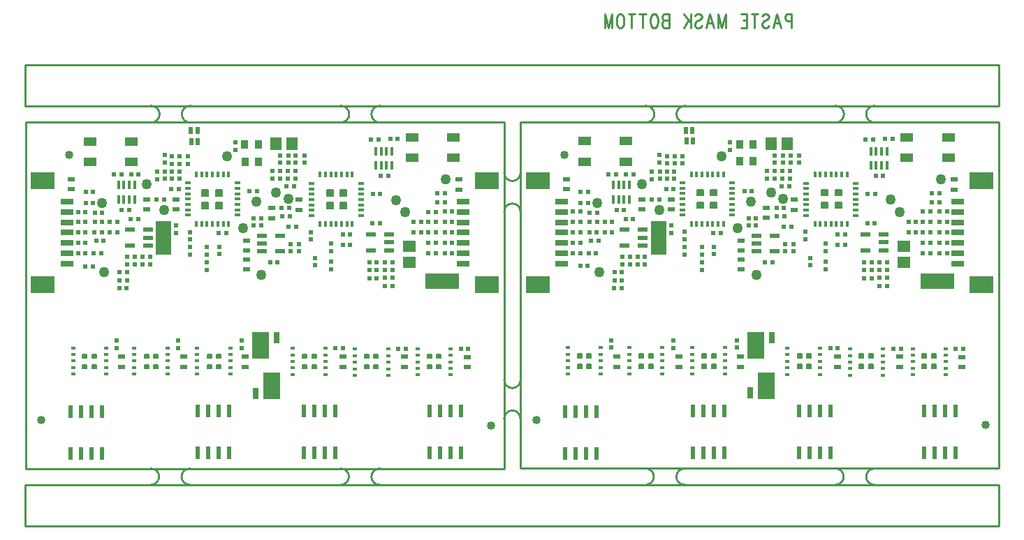
<source format=gbr>
*
%LPD*%
%LN2FOC-PMB*%
%FSLAX24Y24*%
%MOIN*%
%SRX1Y1I0.0J0.0*%
%AD*%
%ADD11C,0.010000*%
%ADD14C,0.006000*%
%ADD27R,0.024000X0.035000*%
%ADD28R,0.035000X0.024000*%
%ADD29C,0.040000*%
%ADD32R,0.021650X0.021650*%
%ADD33R,0.052000X0.060000*%
%ADD34R,0.060000X0.052000*%
%ADD35R,0.160000X0.076000*%
%ADD37R,0.079920X0.125200*%
%ADD38R,0.029920X0.055120*%
%ADD50C,0.050000*%
%ADD51R,0.062990X0.027560*%
%ADD52R,0.118110X0.082680*%
%ADD68R,0.023620X0.059060*%
%ADD69R,0.017000X0.041340*%
%ADD70R,0.059060X0.039370*%
%ADD71R,0.050000X0.021000*%
%ADD72R,0.035430X0.039370*%
%ADD73R,0.013780X0.031500*%
%ADD74R,0.031500X0.013780*%
%ADD76R,0.076000X0.160000*%
%ADD77R,0.023620X0.015750*%
G54D11*
G1X7125Y10087D2*
G1X29959Y10087D1*
G1X29959Y26622D1*
G1X7125Y26622D1*
G1X7125Y10087D1*
G1X13104Y26617D2*
G75*
G3X13105Y27417I17J400D1*
G74*
G1X14995Y27417D2*
G75*
G3X14994Y26617I-17J-400D1*
G74*
G1X22154Y26617D2*
G75*
G3X22155Y27417I17J400D1*
G74*
G1X24045Y27417D2*
G75*
G3X24044Y26617I-17J-400D1*
G74*
G1X13094Y9311D2*
G75*
G3X13095Y10087I16J388D1*
G74*
G1X14975Y10086D2*
G75*
G3X14974Y9307I-16J-390D1*
G74*
G1X22154Y9311D2*
G75*
G3X22155Y10087I16J388D1*
G74*
G1X24035Y10086D2*
G75*
G3X24034Y9307I-16J-390D1*
G74*
G1X30741Y12456D2*
G75*
G3X29965Y12457I-388J16D1*
G74*
G1X29966Y14337D2*
G75*
G3X30745Y14337I390J-16D1*
G74*
G1X7118Y29383D2*
G1X53575Y29383D1*
G1X53575Y27415D1*
G1X7118Y27415D1*
G1X7118Y29383D1*
G1X30740Y10092D2*
G1X53575Y10092D1*
G1X53575Y26627D1*
G1X30740Y26627D1*
G1X30740Y10092D1*
G1X7118Y9304D2*
G1X53575Y9304D1*
G1X53575Y7336D1*
G1X7118Y7336D1*
G1X7118Y9304D1*
G1X30741Y22346D2*
G75*
G3X29965Y22347I-388J16D1*
G74*
G1X29966Y24227D2*
G75*
G3X30745Y24227I390J-16D1*
G74*
G1X38605Y27417D2*
G75*
G3X38604Y26617I-17J-400D1*
G74*
G1X36714Y26617D2*
G75*
G3X36715Y27417I17J400D1*
G74*
G1X45764Y26617D2*
G75*
G3X45765Y27417I17J400D1*
G74*
G1X47655Y27417D2*
G75*
G3X47654Y26617I-17J-400D1*
G74*
G1X47645Y10086D2*
G75*
G3X47644Y9307I-16J-390D1*
G74*
G1X45764Y9311D2*
G75*
G3X45765Y10087I16J388D1*
G74*
G1X38585Y10086D2*
G75*
G3X38584Y9307I-16J-390D1*
G74*
G1X36704Y9311D2*
G75*
G3X36705Y10087I16J388D1*
G74*
G1X16495Y23117D2*
G54D14*
G1X16495Y23400D1*
G1X16193Y23400D1*
G1X16193Y23117D1*
G1X16495Y23117D1*
G1X16495Y22517D2*
G1X16495Y22800D1*
G1X16193Y22800D1*
G1X16193Y22517D1*
G1X16495Y22517D1*
G1X15845Y23117D2*
G1X15845Y23400D1*
G1X15543Y23400D1*
G1X15543Y23117D1*
G1X15845Y23117D1*
G1X15845Y22517D2*
G1X15845Y22800D1*
G1X15543Y22800D1*
G1X15543Y22517D1*
G1X15845Y22517D1*
G1X21795Y23117D2*
G1X21795Y23400D1*
G1X21493Y23400D1*
G1X21493Y23117D1*
G1X21795Y23117D1*
G1X22445Y23117D2*
G1X22445Y23400D1*
G1X22143Y23400D1*
G1X22143Y23117D1*
G1X22445Y23117D1*
G1X22445Y22517D2*
G1X22445Y22800D1*
G1X22143Y22800D1*
G1X22143Y22517D1*
G1X22445Y22517D1*
G1X21795Y22517D2*
G1X21795Y22800D1*
G1X21493Y22800D1*
G1X21493Y22517D1*
G1X21795Y22517D1*
G1X10495Y15367D2*
G1X10495Y15550D1*
G1X10293Y15550D1*
G1X10293Y15367D1*
G1X10495Y15367D1*
G1X10495Y14867D2*
G1X10495Y15050D1*
G1X10293Y15050D1*
G1X10293Y14867D1*
G1X10495Y14867D1*
G1X10045Y15367D2*
G1X10045Y15550D1*
G1X9843Y15550D1*
G1X9843Y15367D1*
G1X10045Y15367D1*
G1X10045Y14867D2*
G1X10045Y15050D1*
G1X9843Y15050D1*
G1X9843Y14867D1*
G1X10045Y14867D1*
G1X12995Y15367D2*
G1X12995Y15550D1*
G1X12793Y15550D1*
G1X12793Y15367D1*
G1X12995Y15367D1*
G1X12995Y14867D2*
G1X12995Y15050D1*
G1X12793Y15050D1*
G1X12793Y14867D1*
G1X12995Y14867D1*
G1X13445Y14867D2*
G1X13445Y15050D1*
G1X13243Y15050D1*
G1X13243Y14867D1*
G1X13445Y14867D1*
G1X13445Y15367D2*
G1X13445Y15550D1*
G1X13243Y15550D1*
G1X13243Y15367D1*
G1X13445Y15367D1*
G1X15995Y15367D2*
G1X15995Y15550D1*
G1X15793Y15550D1*
G1X15793Y15367D1*
G1X15995Y15367D1*
G1X15995Y14867D2*
G1X15995Y15050D1*
G1X15793Y15050D1*
G1X15793Y14867D1*
G1X15995Y14867D1*
G1X16445Y14867D2*
G1X16445Y15050D1*
G1X16243Y15050D1*
G1X16243Y14867D1*
G1X16445Y14867D1*
G1X16445Y15367D2*
G1X16445Y15550D1*
G1X16243Y15550D1*
G1X16243Y15367D1*
G1X16445Y15367D1*
G1X20545Y15367D2*
G1X20545Y15550D1*
G1X20343Y15550D1*
G1X20343Y15367D1*
G1X20545Y15367D1*
G1X20545Y14867D2*
G1X20545Y15050D1*
G1X20343Y15050D1*
G1X20343Y14867D1*
G1X20545Y14867D1*
G1X20995Y14867D2*
G1X20995Y15050D1*
G1X20793Y15050D1*
G1X20793Y14867D1*
G1X20995Y14867D1*
G1X20995Y15367D2*
G1X20995Y15550D1*
G1X20793Y15550D1*
G1X20793Y15367D1*
G1X20995Y15367D1*
G1X23495Y15367D2*
G1X23495Y15550D1*
G1X23293Y15550D1*
G1X23293Y15367D1*
G1X23495Y15367D1*
G1X23495Y14867D2*
G1X23495Y15050D1*
G1X23293Y15050D1*
G1X23293Y14867D1*
G1X23495Y14867D1*
G1X23945Y14867D2*
G1X23945Y15050D1*
G1X23743Y15050D1*
G1X23743Y14867D1*
G1X23945Y14867D1*
G1X23945Y15367D2*
G1X23945Y15550D1*
G1X23743Y15550D1*
G1X23743Y15367D1*
G1X23945Y15367D1*
G1X26495Y15367D2*
G1X26495Y15550D1*
G1X26293Y15550D1*
G1X26293Y15367D1*
G1X26495Y15367D1*
G1X26495Y14867D2*
G1X26495Y15050D1*
G1X26293Y15050D1*
G1X26293Y14867D1*
G1X26495Y14867D1*
G1X26945Y14867D2*
G1X26945Y15050D1*
G1X26743Y15050D1*
G1X26743Y14867D1*
G1X26945Y14867D1*
G1X26945Y15367D2*
G1X26945Y15550D1*
G1X26743Y15550D1*
G1X26743Y15367D1*
G1X26945Y15367D1*
G1X16266Y23117D2*
G1X16495Y23346D1*
G1X16342Y23117D2*
G1X16495Y23269D1*
G1X16419Y23117D2*
G1X16495Y23193D1*
G1X16193Y23120D2*
G1X16473Y23400D1*
G1X16193Y23197D2*
G1X16397Y23400D1*
G1X16193Y23273D2*
G1X16320Y23400D1*
G1X16193Y23349D2*
G1X16244Y23400D1*
G1X16266Y22517D2*
G1X16495Y22746D1*
G1X16342Y22517D2*
G1X16495Y22669D1*
G1X16419Y22517D2*
G1X16495Y22593D1*
G1X16193Y22520D2*
G1X16473Y22800D1*
G1X16193Y22597D2*
G1X16397Y22800D1*
G1X16193Y22673D2*
G1X16320Y22800D1*
G1X16193Y22749D2*
G1X16244Y22800D1*
G1X15616Y23117D2*
G1X15845Y23346D1*
G1X15692Y23117D2*
G1X15845Y23269D1*
G1X15769Y23117D2*
G1X15845Y23193D1*
G1X15543Y23120D2*
G1X15823Y23400D1*
G1X15543Y23197D2*
G1X15747Y23400D1*
G1X15543Y23273D2*
G1X15670Y23400D1*
G1X15543Y23349D2*
G1X15594Y23400D1*
G1X15616Y22517D2*
G1X15845Y22746D1*
G1X15692Y22517D2*
G1X15845Y22669D1*
G1X15769Y22517D2*
G1X15845Y22593D1*
G1X15543Y22520D2*
G1X15823Y22800D1*
G1X15543Y22597D2*
G1X15747Y22800D1*
G1X15543Y22673D2*
G1X15670Y22800D1*
G1X15543Y22749D2*
G1X15594Y22800D1*
G1X21566Y23117D2*
G1X21795Y23346D1*
G1X21642Y23117D2*
G1X21795Y23269D1*
G1X21719Y23117D2*
G1X21795Y23193D1*
G1X21493Y23120D2*
G1X21773Y23400D1*
G1X21493Y23197D2*
G1X21697Y23400D1*
G1X21493Y23273D2*
G1X21620Y23400D1*
G1X21493Y23349D2*
G1X21544Y23400D1*
G1X22216Y23117D2*
G1X22445Y23346D1*
G1X22292Y23117D2*
G1X22445Y23269D1*
G1X22369Y23117D2*
G1X22445Y23193D1*
G1X22143Y23120D2*
G1X22423Y23400D1*
G1X22143Y23197D2*
G1X22347Y23400D1*
G1X22143Y23273D2*
G1X22270Y23400D1*
G1X22143Y23349D2*
G1X22194Y23400D1*
G1X22216Y22517D2*
G1X22445Y22746D1*
G1X22292Y22517D2*
G1X22445Y22669D1*
G1X22369Y22517D2*
G1X22445Y22593D1*
G1X22143Y22520D2*
G1X22423Y22800D1*
G1X22143Y22597D2*
G1X22347Y22800D1*
G1X22143Y22673D2*
G1X22270Y22800D1*
G1X22143Y22749D2*
G1X22194Y22800D1*
G1X21566Y22517D2*
G1X21795Y22746D1*
G1X21642Y22517D2*
G1X21795Y22669D1*
G1X21719Y22517D2*
G1X21795Y22593D1*
G1X21493Y22520D2*
G1X21773Y22800D1*
G1X21493Y22597D2*
G1X21697Y22800D1*
G1X21493Y22673D2*
G1X21620Y22800D1*
G1X21493Y22749D2*
G1X21544Y22800D1*
G1X10342Y15367D2*
G1X10495Y15519D1*
G1X10419Y15367D2*
G1X10495Y15443D1*
G1X10293Y15394D2*
G1X10450Y15550D1*
G1X10293Y15470D2*
G1X10373Y15550D1*
G1X10293Y15547D2*
G1X10297Y15550D1*
G1X10342Y14867D2*
G1X10495Y15019D1*
G1X10419Y14867D2*
G1X10495Y14943D1*
G1X10293Y14894D2*
G1X10450Y15050D1*
G1X10293Y14970D2*
G1X10373Y15050D1*
G1X10293Y15047D2*
G1X10297Y15050D1*
G1X9892Y15367D2*
G1X10045Y15519D1*
G1X9969Y15367D2*
G1X10045Y15443D1*
G1X9843Y15394D2*
G1X10000Y15550D1*
G1X9843Y15470D2*
G1X9923Y15550D1*
G1X9843Y15547D2*
G1X9847Y15550D1*
G1X9892Y14867D2*
G1X10045Y15019D1*
G1X9969Y14867D2*
G1X10045Y14943D1*
G1X9843Y14894D2*
G1X10000Y15050D1*
G1X9843Y14970D2*
G1X9923Y15050D1*
G1X9843Y15047D2*
G1X9847Y15050D1*
G1X12842Y15367D2*
G1X12995Y15519D1*
G1X12919Y15367D2*
G1X12995Y15443D1*
G1X12793Y15394D2*
G1X12950Y15550D1*
G1X12793Y15470D2*
G1X12873Y15550D1*
G1X12793Y15547D2*
G1X12797Y15550D1*
G1X12842Y14867D2*
G1X12995Y15019D1*
G1X12919Y14867D2*
G1X12995Y14943D1*
G1X12793Y14894D2*
G1X12950Y15050D1*
G1X12793Y14970D2*
G1X12873Y15050D1*
G1X12793Y15047D2*
G1X12797Y15050D1*
G1X13292Y14867D2*
G1X13445Y15019D1*
G1X13369Y14867D2*
G1X13445Y14943D1*
G1X13243Y14894D2*
G1X13400Y15050D1*
G1X13243Y14970D2*
G1X13323Y15050D1*
G1X13243Y15047D2*
G1X13247Y15050D1*
G1X13292Y15367D2*
G1X13445Y15519D1*
G1X13369Y15367D2*
G1X13445Y15443D1*
G1X13243Y15394D2*
G1X13400Y15550D1*
G1X13243Y15470D2*
G1X13323Y15550D1*
G1X13243Y15547D2*
G1X13247Y15550D1*
G1X15842Y15367D2*
G1X15995Y15519D1*
G1X15919Y15367D2*
G1X15995Y15443D1*
G1X15793Y15394D2*
G1X15950Y15550D1*
G1X15793Y15470D2*
G1X15873Y15550D1*
G1X15793Y15547D2*
G1X15797Y15550D1*
G1X15842Y14867D2*
G1X15995Y15019D1*
G1X15919Y14867D2*
G1X15995Y14943D1*
G1X15793Y14894D2*
G1X15950Y15050D1*
G1X15793Y14970D2*
G1X15873Y15050D1*
G1X15793Y15047D2*
G1X15797Y15050D1*
G1X16292Y14867D2*
G1X16445Y15019D1*
G1X16369Y14867D2*
G1X16445Y14943D1*
G1X16243Y14894D2*
G1X16400Y15050D1*
G1X16243Y14970D2*
G1X16323Y15050D1*
G1X16243Y15047D2*
G1X16247Y15050D1*
G1X16292Y15367D2*
G1X16445Y15519D1*
G1X16369Y15367D2*
G1X16445Y15443D1*
G1X16243Y15394D2*
G1X16400Y15550D1*
G1X16243Y15470D2*
G1X16323Y15550D1*
G1X16243Y15547D2*
G1X16247Y15550D1*
G1X20392Y15367D2*
G1X20545Y15519D1*
G1X20469Y15367D2*
G1X20545Y15443D1*
G1X20343Y15394D2*
G1X20500Y15550D1*
G1X20343Y15470D2*
G1X20423Y15550D1*
G1X20343Y15547D2*
G1X20347Y15550D1*
G1X20392Y14867D2*
G1X20545Y15019D1*
G1X20469Y14867D2*
G1X20545Y14943D1*
G1X20343Y14894D2*
G1X20500Y15050D1*
G1X20343Y14970D2*
G1X20423Y15050D1*
G1X20343Y15047D2*
G1X20347Y15050D1*
G1X20842Y14867D2*
G1X20995Y15019D1*
G1X20919Y14867D2*
G1X20995Y14943D1*
G1X20793Y14894D2*
G1X20950Y15050D1*
G1X20793Y14970D2*
G1X20873Y15050D1*
G1X20793Y15047D2*
G1X20797Y15050D1*
G1X20842Y15367D2*
G1X20995Y15519D1*
G1X20919Y15367D2*
G1X20995Y15443D1*
G1X20793Y15394D2*
G1X20950Y15550D1*
G1X20793Y15470D2*
G1X20873Y15550D1*
G1X20793Y15547D2*
G1X20797Y15550D1*
G1X23342Y15367D2*
G1X23495Y15519D1*
G1X23419Y15367D2*
G1X23495Y15443D1*
G1X23293Y15394D2*
G1X23450Y15550D1*
G1X23293Y15470D2*
G1X23373Y15550D1*
G1X23293Y15547D2*
G1X23297Y15550D1*
G1X23342Y14867D2*
G1X23495Y15019D1*
G1X23419Y14867D2*
G1X23495Y14943D1*
G1X23293Y14894D2*
G1X23450Y15050D1*
G1X23293Y14970D2*
G1X23373Y15050D1*
G1X23293Y15047D2*
G1X23297Y15050D1*
G1X23792Y14867D2*
G1X23945Y15019D1*
G1X23869Y14867D2*
G1X23945Y14943D1*
G1X23743Y14894D2*
G1X23900Y15050D1*
G1X23743Y14970D2*
G1X23823Y15050D1*
G1X23743Y15047D2*
G1X23747Y15050D1*
G1X23792Y15367D2*
G1X23945Y15519D1*
G1X23869Y15367D2*
G1X23945Y15443D1*
G1X23743Y15394D2*
G1X23900Y15550D1*
G1X23743Y15470D2*
G1X23823Y15550D1*
G1X23743Y15547D2*
G1X23747Y15550D1*
G1X26342Y15367D2*
G1X26495Y15519D1*
G1X26419Y15367D2*
G1X26495Y15443D1*
G1X26293Y15394D2*
G1X26450Y15550D1*
G1X26293Y15470D2*
G1X26373Y15550D1*
G1X26293Y15547D2*
G1X26297Y15550D1*
G1X26342Y14867D2*
G1X26495Y15019D1*
G1X26419Y14867D2*
G1X26495Y14943D1*
G1X26293Y14894D2*
G1X26450Y15050D1*
G1X26293Y14970D2*
G1X26373Y15050D1*
G1X26293Y15047D2*
G1X26297Y15050D1*
G1X26792Y14867D2*
G1X26945Y15019D1*
G1X26869Y14867D2*
G1X26945Y14943D1*
G1X26743Y14894D2*
G1X26900Y15050D1*
G1X26743Y14970D2*
G1X26823Y15050D1*
G1X26743Y15047D2*
G1X26747Y15050D1*
G1X26792Y15367D2*
G1X26945Y15519D1*
G1X26869Y15367D2*
G1X26945Y15443D1*
G1X26743Y15394D2*
G1X26900Y15550D1*
G1X26743Y15470D2*
G1X26823Y15550D1*
G1X26743Y15547D2*
G1X26747Y15550D1*
G54D27*
G1X15038Y25717D3*
G1X15353Y25717D3*
G1X15333Y26248D3*
G1X15018Y26248D3*
G54D28*
G1X9310Y23429D3*
G1X9310Y23909D3*
G1X27814Y23410D3*
G1X27814Y23890D3*
G1X18857Y22051D3*
G1X18857Y22531D3*
G1X20176Y22445D3*
G1X20176Y22925D3*
G1X11711Y15425D3*
G1X11711Y14945D3*
G1X14684Y15425D3*
G1X14684Y14945D3*
G1X17617Y15425D3*
G1X17617Y14945D3*
G1X22262Y15425D3*
G1X22262Y14945D3*
G1X25215Y15425D3*
G1X25215Y14945D3*
G1X28188Y15406D3*
G1X28188Y14926D3*
G1X17656Y20496D3*
G1X17656Y20976D3*
G1X17656Y19591D3*
G1X17656Y20071D3*
G1X14310Y22465D3*
G1X14310Y22945D3*
G1X12912Y22465D3*
G1X12912Y22945D3*
G54D29*
G1X9211Y25067D3*
G1X29329Y12154D3*
G1X7873Y12410D3*
G54D32*
G1X10727Y20382D3*
G1X10373Y20382D3*
G1X10786Y21878D3*
G1X10432Y21878D3*
G1X10766Y21366D3*
G1X10412Y21366D3*
G1X10333Y19752D3*
G1X9979Y19752D3*
G1X10353Y22764D3*
G1X9999Y22764D3*
G1X9979Y20874D3*
G1X9625Y20874D3*
G1X9979Y21366D3*
G1X9625Y21366D3*
G1X9979Y21878D3*
G1X9625Y21878D3*
G1X9979Y22351D3*
G1X9625Y22351D3*
G1X10353Y23315D3*
G1X9999Y23315D3*
G1X10786Y22311D3*
G1X10432Y22311D3*
G1X10845Y20973D3*
G1X10491Y20973D3*
G1X9625Y20382D3*
G1X9979Y20382D3*
G1X26337Y22351D3*
G1X26692Y22351D3*
G1X26337Y20874D3*
G1X26692Y20874D3*
G1X27479Y20362D3*
G1X27125Y20362D3*
G1X26770Y22803D3*
G1X27125Y22803D3*
G1X26003Y21858D3*
G1X25648Y21858D3*
G1X27125Y22370D3*
G1X27479Y22370D3*
G1X27125Y20874D3*
G1X27479Y20874D3*
G1X27125Y21366D3*
G1X27479Y21366D3*
G1X27125Y21878D3*
G1X27479Y21878D3*
G1X26692Y20362D3*
G1X26337Y20362D3*
G1X26692Y21366D3*
G1X26337Y21366D3*
G1X26692Y21858D3*
G1X26337Y21858D3*
G1X27125Y23236D3*
G1X26770Y23236D3*
G1X11495Y21878D3*
G1X11140Y21878D3*
G1X11495Y21366D3*
G1X11140Y21366D3*
G1X26003Y21366D3*
G1X25648Y21366D3*
G1X17125Y25303D3*
G1X17125Y25658D3*
G1X14959Y21032D3*
G1X14959Y21386D3*
G1X14959Y20658D3*
G1X14959Y20303D3*
G1X14310Y21347D3*
G1X14310Y21701D3*
G1X15786Y20303D3*
G1X15786Y20658D3*
G1X15786Y19929D3*
G1X15786Y19575D3*
G1X20727Y21386D3*
G1X20727Y21032D3*
G1X19684Y21642D3*
G1X20038Y21642D3*
G1X16357Y20323D3*
G1X16357Y20677D3*
G1X21692Y20480D3*
G1X21692Y20835D3*
G1X20944Y19791D3*
G1X20944Y20146D3*
G1X22617Y20776D3*
G1X22262Y20776D3*
G1X21692Y19969D3*
G1X21692Y19614D3*
G1X14074Y23433D3*
G1X14428Y23433D3*
G1X19585Y23571D3*
G1X19940Y23571D3*
G1X12066Y22429D3*
G1X11711Y22429D3*
G1X18168Y23335D3*
G1X17814Y23335D3*
G1X16692Y21327D3*
G1X16337Y21327D3*
G1X22617Y21268D3*
G1X22262Y21268D3*
G1X24051Y23195D3*
G1X23697Y23195D3*
G1X12164Y24142D3*
G1X12518Y24142D3*
G1X11692Y24142D3*
G1X11337Y24142D3*
G1X24524Y25833D3*
G1X24878Y25833D3*
G1X23955Y25815D3*
G1X23601Y25815D3*
G1X19369Y22134D3*
G1X19723Y22134D3*
G1X19349Y22528D3*
G1X19703Y22528D3*
G1X11455Y16209D3*
G1X11455Y15854D3*
G1X14408Y16189D3*
G1X14408Y15835D3*
G1X17440Y16209D3*
G1X17440Y15854D3*
G1X12499Y22016D3*
G1X12144Y22016D3*
G1X11613Y19083D3*
G1X11967Y19083D3*
G1X12715Y20205D3*
G1X13070Y20205D3*
G1X11613Y19477D3*
G1X11967Y19477D3*
G1X11987Y20205D3*
G1X12341Y20205D3*
G1X11987Y19831D3*
G1X12341Y19831D3*
G1X11593Y18689D3*
G1X11948Y18689D3*
G1X12715Y19831D3*
G1X13070Y19831D3*
G1X24270Y19949D3*
G1X24625Y19949D3*
G1X14487Y24654D3*
G1X14487Y25008D3*
G1X14467Y23925D3*
G1X14467Y24280D3*
G1X19625Y23945D3*
G1X19625Y24299D3*
G1X19664Y24693D3*
G1X19664Y25047D3*
G1X13759Y25067D3*
G1X13759Y24713D3*
G1X14113Y24654D3*
G1X14113Y25008D3*
G1X13404Y24260D3*
G1X13404Y23906D3*
G1X14113Y23925D3*
G1X14113Y24280D3*
G1X18896Y24299D3*
G1X18896Y23945D3*
G1X19999Y23945D3*
G1X19999Y24299D3*
G1X20432Y25047D3*
G1X20432Y24693D3*
G1X19270Y24693D3*
G1X19270Y25047D3*
G1X14861Y24654D3*
G1X14861Y25008D3*
G1X13778Y23925D3*
G1X13778Y24280D3*
G1X19270Y23945D3*
G1X19270Y24299D3*
G1X20018Y24693D3*
G1X20018Y25047D3*
G1X28247Y15815D3*
G1X27892Y15815D3*
G1X22262Y15835D3*
G1X21908Y15835D3*
G1X24625Y19201D3*
G1X24270Y19201D3*
G1X24034Y21799D3*
G1X23680Y21799D3*
G1X23522Y19575D3*
G1X23877Y19575D3*
G1X24270Y18807D3*
G1X24625Y18807D3*
G1X23522Y19181D3*
G1X23877Y19181D3*
G1X24270Y19575D3*
G1X24625Y19575D3*
G1X23522Y19949D3*
G1X23877Y19949D3*
G1X24428Y24063D3*
G1X24074Y24063D3*
G1X18365Y21701D3*
G1X18011Y21701D3*
G1X19152Y19929D3*
G1X18798Y19929D3*
G1X20156Y20815D3*
G1X20156Y20461D3*
G1X19762Y20461D3*
G1X19762Y20815D3*
G1X18011Y22036D3*
G1X18365Y22036D3*
G1X25274Y15795D3*
G1X24920Y15795D3*
G1X13385Y22941D3*
G1X13739Y22941D3*
G54D33*
G1X19847Y25599D3*
G1X19087Y25599D3*
G54D34*
G1X25432Y19943D3*
G1X25432Y20703D3*
G54D35*
G1X27007Y19024D3*
G54D37*
G1X18866Y14036D3*
G1X18345Y15976D3*
G54D38*
G1X18096Y13684D3*
G1X19115Y16328D3*
G54D50*
G1X19074Y23276D3*
G1X25235Y22331D3*
G1X24802Y22921D3*
G1X12912Y23669D3*
G1X10786Y22764D3*
G1X18129Y22843D3*
G1X10885Y19477D3*
G1X13719Y21051D3*
G1X19664Y22980D3*
G1X17499Y21583D3*
G1X27184Y23906D3*
G1X18385Y19339D3*
G1X16731Y25008D3*
G1X13739Y22449D3*
G54D51*
G1X27991Y22833D3*
G1X27991Y22341D3*
G1X27991Y21849D3*
G1X27991Y21356D3*
G1X27991Y20864D3*
G1X27991Y20372D3*
G1X27991Y19880D3*
G1X9093Y19880D3*
G1X9093Y20372D3*
G1X9093Y20864D3*
G1X9093Y21356D3*
G1X9093Y21849D3*
G1X9093Y22341D3*
G1X9093Y22833D3*
G54D52*
G1X29133Y18876D3*
G1X29133Y23837D3*
G1X7951Y23837D3*
G1X7951Y18876D3*
G54D68*
G1X15349Y12837D3*
G1X15849Y12837D3*
G1X16349Y12837D3*
G1X16849Y12837D3*
G1X16849Y10837D3*
G1X16349Y10837D3*
G1X15849Y10837D3*
G1X15349Y10837D3*
G1X26392Y12837D3*
G1X26892Y12837D3*
G1X27392Y12837D3*
G1X27892Y12837D3*
G1X27892Y10837D3*
G1X27392Y10837D3*
G1X26892Y10837D3*
G1X26392Y10837D3*
G1X9268Y12799D3*
G1X9768Y12799D3*
G1X10268Y12799D3*
G1X10768Y12799D3*
G1X10768Y10799D3*
G1X10268Y10799D3*
G1X9768Y10799D3*
G1X9268Y10799D3*
G1X20408Y12837D3*
G1X20908Y12837D3*
G1X21408Y12837D3*
G1X21908Y12837D3*
G1X21908Y10837D3*
G1X21408Y10837D3*
G1X20908Y10837D3*
G1X20408Y10837D3*
G54D69*
G1X12322Y22929D3*
G1X12066Y22929D3*
G1X11810Y22929D3*
G1X11554Y22929D3*
G1X11554Y23622D3*
G1X11810Y23622D3*
G1X12066Y23622D3*
G1X12322Y23622D3*
G1X24609Y24556D3*
G1X24353Y24556D3*
G1X24097Y24556D3*
G1X23841Y24556D3*
G1X23841Y25249D3*
G1X24097Y25249D3*
G1X24353Y25249D3*
G1X24609Y25249D3*
G54D70*
G1X12164Y24732D3*
G1X12164Y25717D3*
G1X10196Y25717D3*
G1X10196Y24732D3*
G1X25570Y25914D3*
G1X25570Y24929D3*
G1X27538Y24929D3*
G1X27538Y25914D3*
G54D71*
G1X12968Y21490D3*
G1X12968Y21110D3*
G1X12968Y20730D3*
G1X12098Y20730D3*
G1X12098Y21490D3*
G1X24464Y21274D3*
G1X24464Y20894D3*
G1X24464Y20514D3*
G1X23594Y20514D3*
G1X23594Y21274D3*
G1X18388Y20455D3*
G1X18388Y20835D3*
G1X18388Y21215D3*
G1X19258Y21215D3*
G1X19258Y20455D3*
G54D72*
G1X18227Y25579D3*
G1X18227Y24752D3*
G1X17593Y24752D3*
G1X17585Y25579D3*
G54D73*
G1X15274Y24142D3*
G1X15530Y24142D3*
G1X15786Y24142D3*
G1X16042Y24142D3*
G1X16298Y24142D3*
G1X16554Y24142D3*
G1X16810Y24142D3*
G1X16810Y21780D3*
G1X16554Y21780D3*
G1X16298Y21780D3*
G1X16042Y21780D3*
G1X15786Y21780D3*
G1X15530Y21780D3*
G1X15274Y21780D3*
G1X21180Y24122D3*
G1X21436Y24122D3*
G1X21692Y24122D3*
G1X21948Y24122D3*
G1X22203Y24122D3*
G1X22459Y24122D3*
G1X22715Y24122D3*
G1X22715Y21760D3*
G1X22459Y21760D3*
G1X22203Y21760D3*
G1X21948Y21760D3*
G1X21692Y21760D3*
G1X21436Y21760D3*
G1X21180Y21760D3*
G54D74*
G1X17223Y23729D3*
G1X17223Y23473D3*
G1X17223Y23217D3*
G1X17223Y22961D3*
G1X17223Y22705D3*
G1X17223Y22449D3*
G1X17223Y22193D3*
G1X14861Y22193D3*
G1X14861Y22449D3*
G1X14861Y22705D3*
G1X14861Y22961D3*
G1X14861Y23217D3*
G1X14861Y23473D3*
G1X14861Y23729D3*
G1X23129Y23709D3*
G1X23129Y23453D3*
G1X23129Y23197D3*
G1X23129Y22941D3*
G1X23129Y22685D3*
G1X23129Y22429D3*
G1X23129Y22173D3*
G1X20766Y22173D3*
G1X20766Y22429D3*
G1X20766Y22685D3*
G1X20766Y22941D3*
G1X20766Y23197D3*
G1X20766Y23453D3*
G1X20766Y23709D3*
G54D76*
G1X13719Y21091D3*
G54D77*
G1X10963Y15854D3*
G1X10963Y15540D3*
G1X10963Y15225D3*
G1X10963Y14910D3*
G1X10963Y14595D3*
G1X9388Y14595D3*
G1X9388Y14910D3*
G1X9388Y15225D3*
G1X9388Y15540D3*
G1X9388Y15854D3*
G1X13892Y15854D3*
G1X13892Y15540D3*
G1X13892Y15225D3*
G1X13892Y14910D3*
G1X13892Y14595D3*
G1X12317Y14595D3*
G1X12317Y14910D3*
G1X12317Y15225D3*
G1X12317Y15540D3*
G1X12317Y15854D3*
G1X16892Y15854D3*
G1X16892Y15540D3*
G1X16892Y15225D3*
G1X16892Y14910D3*
G1X16892Y14595D3*
G1X15317Y14595D3*
G1X15317Y14910D3*
G1X15317Y15225D3*
G1X15317Y15540D3*
G1X15317Y15854D3*
G1X21436Y15835D3*
G1X21436Y15520D3*
G1X21436Y15205D3*
G1X21436Y14890D3*
G1X21436Y14575D3*
G1X19861Y14575D3*
G1X19861Y14890D3*
G1X19861Y15205D3*
G1X19861Y15520D3*
G1X19861Y15835D3*
G1X24428Y15795D3*
G1X24428Y15480D3*
G1X24428Y15166D3*
G1X24428Y14851D3*
G1X24428Y14536D3*
G1X22853Y14536D3*
G1X22853Y14851D3*
G1X22853Y15166D3*
G1X22853Y15480D3*
G1X22853Y15795D3*
G1X27420Y15815D3*
G1X27420Y15500D3*
G1X27420Y15185D3*
G1X27420Y14870D3*
G1X27420Y14555D3*
G1X25845Y14555D3*
G1X25845Y14870D3*
G1X25845Y15185D3*
G1X25845Y15500D3*
G1X25845Y15815D3*
G1X30740Y10092D2*
G54D11*
G1X53575Y10092D1*
G1X53575Y26627D1*
G1X30740Y26627D1*
G1X30740Y10092D1*
G1X40110Y23122D2*
G54D14*
G1X40110Y23406D1*
G1X39808Y23406D1*
G1X39808Y23122D1*
G1X40110Y23122D1*
G1X40110Y22522D2*
G1X40110Y22806D1*
G1X39808Y22806D1*
G1X39808Y22522D1*
G1X40110Y22522D1*
G1X39460Y23122D2*
G1X39460Y23406D1*
G1X39158Y23406D1*
G1X39158Y23122D1*
G1X39460Y23122D1*
G1X39460Y22522D2*
G1X39460Y22806D1*
G1X39158Y22806D1*
G1X39158Y22522D1*
G1X39460Y22522D1*
G1X45410Y23122D2*
G1X45410Y23406D1*
G1X45108Y23406D1*
G1X45108Y23122D1*
G1X45410Y23122D1*
G1X46060Y23122D2*
G1X46060Y23406D1*
G1X45758Y23406D1*
G1X45758Y23122D1*
G1X46060Y23122D1*
G1X46060Y22522D2*
G1X46060Y22806D1*
G1X45758Y22806D1*
G1X45758Y22522D1*
G1X46060Y22522D1*
G1X45410Y22522D2*
G1X45410Y22806D1*
G1X45108Y22806D1*
G1X45108Y22522D1*
G1X45410Y22522D1*
G1X34110Y15372D2*
G1X34110Y15556D1*
G1X33908Y15556D1*
G1X33908Y15372D1*
G1X34110Y15372D1*
G1X34110Y14872D2*
G1X34110Y15056D1*
G1X33908Y15056D1*
G1X33908Y14872D1*
G1X34110Y14872D1*
G1X33660Y15372D2*
G1X33660Y15556D1*
G1X33458Y15556D1*
G1X33458Y15372D1*
G1X33660Y15372D1*
G1X33660Y14872D2*
G1X33660Y15056D1*
G1X33458Y15056D1*
G1X33458Y14872D1*
G1X33660Y14872D1*
G1X36610Y15372D2*
G1X36610Y15556D1*
G1X36408Y15556D1*
G1X36408Y15372D1*
G1X36610Y15372D1*
G1X36610Y14872D2*
G1X36610Y15056D1*
G1X36408Y15056D1*
G1X36408Y14872D1*
G1X36610Y14872D1*
G1X37060Y14872D2*
G1X37060Y15056D1*
G1X36858Y15056D1*
G1X36858Y14872D1*
G1X37060Y14872D1*
G1X37060Y15372D2*
G1X37060Y15556D1*
G1X36858Y15556D1*
G1X36858Y15372D1*
G1X37060Y15372D1*
G1X39610Y15372D2*
G1X39610Y15556D1*
G1X39408Y15556D1*
G1X39408Y15372D1*
G1X39610Y15372D1*
G1X39610Y14872D2*
G1X39610Y15056D1*
G1X39408Y15056D1*
G1X39408Y14872D1*
G1X39610Y14872D1*
G1X40060Y14872D2*
G1X40060Y15056D1*
G1X39858Y15056D1*
G1X39858Y14872D1*
G1X40060Y14872D1*
G1X40060Y15372D2*
G1X40060Y15556D1*
G1X39858Y15556D1*
G1X39858Y15372D1*
G1X40060Y15372D1*
G1X44160Y15372D2*
G1X44160Y15556D1*
G1X43958Y15556D1*
G1X43958Y15372D1*
G1X44160Y15372D1*
G1X44160Y14872D2*
G1X44160Y15056D1*
G1X43958Y15056D1*
G1X43958Y14872D1*
G1X44160Y14872D1*
G1X44610Y14872D2*
G1X44610Y15056D1*
G1X44408Y15056D1*
G1X44408Y14872D1*
G1X44610Y14872D1*
G1X44610Y15372D2*
G1X44610Y15556D1*
G1X44408Y15556D1*
G1X44408Y15372D1*
G1X44610Y15372D1*
G1X47110Y15372D2*
G1X47110Y15556D1*
G1X46908Y15556D1*
G1X46908Y15372D1*
G1X47110Y15372D1*
G1X47110Y14872D2*
G1X47110Y15056D1*
G1X46908Y15056D1*
G1X46908Y14872D1*
G1X47110Y14872D1*
G1X47560Y14872D2*
G1X47560Y15056D1*
G1X47358Y15056D1*
G1X47358Y14872D1*
G1X47560Y14872D1*
G1X47560Y15372D2*
G1X47560Y15556D1*
G1X47358Y15556D1*
G1X47358Y15372D1*
G1X47560Y15372D1*
G1X50110Y15372D2*
G1X50110Y15556D1*
G1X49908Y15556D1*
G1X49908Y15372D1*
G1X50110Y15372D1*
G1X50110Y14872D2*
G1X50110Y15056D1*
G1X49908Y15056D1*
G1X49908Y14872D1*
G1X50110Y14872D1*
G1X50560Y14872D2*
G1X50560Y15056D1*
G1X50358Y15056D1*
G1X50358Y14872D1*
G1X50560Y14872D1*
G1X50560Y15372D2*
G1X50560Y15556D1*
G1X50358Y15556D1*
G1X50358Y15372D1*
G1X50560Y15372D1*
G1X39881Y23122D2*
G1X40110Y23351D1*
G1X39958Y23122D2*
G1X40110Y23274D1*
G1X40034Y23122D2*
G1X40110Y23198D1*
G1X39808Y23125D2*
G1X40089Y23406D1*
G1X39808Y23202D2*
G1X40012Y23406D1*
G1X39808Y23278D2*
G1X39936Y23406D1*
G1X39808Y23354D2*
G1X39860Y23406D1*
G1X39881Y22522D2*
G1X40110Y22751D1*
G1X39958Y22522D2*
G1X40110Y22674D1*
G1X40034Y22522D2*
G1X40110Y22598D1*
G1X39808Y22525D2*
G1X40089Y22806D1*
G1X39808Y22602D2*
G1X40012Y22806D1*
G1X39808Y22678D2*
G1X39936Y22806D1*
G1X39808Y22754D2*
G1X39860Y22806D1*
G1X39231Y23122D2*
G1X39460Y23351D1*
G1X39308Y23122D2*
G1X39460Y23274D1*
G1X39384Y23122D2*
G1X39460Y23198D1*
G1X39158Y23125D2*
G1X39439Y23406D1*
G1X39158Y23202D2*
G1X39362Y23406D1*
G1X39158Y23278D2*
G1X39286Y23406D1*
G1X39158Y23354D2*
G1X39210Y23406D1*
G1X39231Y22522D2*
G1X39460Y22751D1*
G1X39308Y22522D2*
G1X39460Y22674D1*
G1X39384Y22522D2*
G1X39460Y22598D1*
G1X39158Y22525D2*
G1X39439Y22806D1*
G1X39158Y22602D2*
G1X39362Y22806D1*
G1X39158Y22678D2*
G1X39286Y22806D1*
G1X39158Y22754D2*
G1X39210Y22806D1*
G1X45181Y23122D2*
G1X45410Y23351D1*
G1X45258Y23122D2*
G1X45410Y23274D1*
G1X45334Y23122D2*
G1X45410Y23198D1*
G1X45108Y23125D2*
G1X45389Y23406D1*
G1X45108Y23202D2*
G1X45312Y23406D1*
G1X45108Y23278D2*
G1X45236Y23406D1*
G1X45108Y23354D2*
G1X45160Y23406D1*
G1X45831Y23122D2*
G1X46060Y23351D1*
G1X45908Y23122D2*
G1X46060Y23274D1*
G1X45984Y23122D2*
G1X46060Y23198D1*
G1X45758Y23125D2*
G1X46039Y23406D1*
G1X45758Y23202D2*
G1X45962Y23406D1*
G1X45758Y23278D2*
G1X45886Y23406D1*
G1X45758Y23354D2*
G1X45810Y23406D1*
G1X45831Y22522D2*
G1X46060Y22751D1*
G1X45908Y22522D2*
G1X46060Y22674D1*
G1X45984Y22522D2*
G1X46060Y22598D1*
G1X45758Y22525D2*
G1X46039Y22806D1*
G1X45758Y22602D2*
G1X45962Y22806D1*
G1X45758Y22678D2*
G1X45886Y22806D1*
G1X45758Y22754D2*
G1X45810Y22806D1*
G1X45181Y22522D2*
G1X45410Y22751D1*
G1X45258Y22522D2*
G1X45410Y22674D1*
G1X45334Y22522D2*
G1X45410Y22598D1*
G1X45108Y22525D2*
G1X45389Y22806D1*
G1X45108Y22602D2*
G1X45312Y22806D1*
G1X45108Y22678D2*
G1X45236Y22806D1*
G1X45108Y22754D2*
G1X45160Y22806D1*
G1X33958Y15372D2*
G1X34110Y15524D1*
G1X34034Y15372D2*
G1X34110Y15448D1*
G1X33908Y15399D2*
G1X34065Y15556D1*
G1X33908Y15475D2*
G1X33989Y15556D1*
G1X33908Y15552D2*
G1X33912Y15556D1*
G1X33958Y14872D2*
G1X34110Y15024D1*
G1X34034Y14872D2*
G1X34110Y14948D1*
G1X33908Y14899D2*
G1X34065Y15056D1*
G1X33908Y14975D2*
G1X33989Y15056D1*
G1X33908Y15052D2*
G1X33912Y15056D1*
G1X33508Y15372D2*
G1X33660Y15524D1*
G1X33584Y15372D2*
G1X33660Y15448D1*
G1X33458Y15399D2*
G1X33615Y15556D1*
G1X33458Y15475D2*
G1X33539Y15556D1*
G1X33458Y15552D2*
G1X33462Y15556D1*
G1X33508Y14872D2*
G1X33660Y15024D1*
G1X33584Y14872D2*
G1X33660Y14948D1*
G1X33458Y14899D2*
G1X33615Y15056D1*
G1X33458Y14975D2*
G1X33539Y15056D1*
G1X33458Y15052D2*
G1X33462Y15056D1*
G1X36458Y15372D2*
G1X36610Y15524D1*
G1X36534Y15372D2*
G1X36610Y15448D1*
G1X36408Y15399D2*
G1X36565Y15556D1*
G1X36408Y15475D2*
G1X36489Y15556D1*
G1X36408Y15552D2*
G1X36412Y15556D1*
G1X36458Y14872D2*
G1X36610Y15024D1*
G1X36534Y14872D2*
G1X36610Y14948D1*
G1X36408Y14899D2*
G1X36565Y15056D1*
G1X36408Y14975D2*
G1X36489Y15056D1*
G1X36408Y15052D2*
G1X36412Y15056D1*
G1X36908Y14872D2*
G1X37060Y15024D1*
G1X36984Y14872D2*
G1X37060Y14948D1*
G1X36858Y14899D2*
G1X37015Y15056D1*
G1X36858Y14975D2*
G1X36939Y15056D1*
G1X36858Y15052D2*
G1X36862Y15056D1*
G1X36908Y15372D2*
G1X37060Y15524D1*
G1X36984Y15372D2*
G1X37060Y15448D1*
G1X36858Y15399D2*
G1X37015Y15556D1*
G1X36858Y15475D2*
G1X36939Y15556D1*
G1X36858Y15552D2*
G1X36862Y15556D1*
G1X39458Y15372D2*
G1X39610Y15524D1*
G1X39534Y15372D2*
G1X39610Y15448D1*
G1X39408Y15399D2*
G1X39565Y15556D1*
G1X39408Y15475D2*
G1X39489Y15556D1*
G1X39408Y15552D2*
G1X39412Y15556D1*
G1X39458Y14872D2*
G1X39610Y15024D1*
G1X39534Y14872D2*
G1X39610Y14948D1*
G1X39408Y14899D2*
G1X39565Y15056D1*
G1X39408Y14975D2*
G1X39489Y15056D1*
G1X39408Y15052D2*
G1X39412Y15056D1*
G1X39908Y14872D2*
G1X40060Y15024D1*
G1X39984Y14872D2*
G1X40060Y14948D1*
G1X39858Y14899D2*
G1X40015Y15056D1*
G1X39858Y14975D2*
G1X39939Y15056D1*
G1X39858Y15052D2*
G1X39862Y15056D1*
G1X39908Y15372D2*
G1X40060Y15524D1*
G1X39984Y15372D2*
G1X40060Y15448D1*
G1X39858Y15399D2*
G1X40015Y15556D1*
G1X39858Y15475D2*
G1X39939Y15556D1*
G1X39858Y15552D2*
G1X39862Y15556D1*
G1X44008Y15372D2*
G1X44160Y15524D1*
G1X44084Y15372D2*
G1X44160Y15448D1*
G1X43958Y15399D2*
G1X44115Y15556D1*
G1X43958Y15475D2*
G1X44039Y15556D1*
G1X43958Y15552D2*
G1X43962Y15556D1*
G1X44008Y14872D2*
G1X44160Y15024D1*
G1X44084Y14872D2*
G1X44160Y14948D1*
G1X43958Y14899D2*
G1X44115Y15056D1*
G1X43958Y14975D2*
G1X44039Y15056D1*
G1X43958Y15052D2*
G1X43962Y15056D1*
G1X44458Y14872D2*
G1X44610Y15024D1*
G1X44534Y14872D2*
G1X44610Y14948D1*
G1X44408Y14899D2*
G1X44565Y15056D1*
G1X44408Y14975D2*
G1X44489Y15056D1*
G1X44408Y15052D2*
G1X44412Y15056D1*
G1X44458Y15372D2*
G1X44610Y15524D1*
G1X44534Y15372D2*
G1X44610Y15448D1*
G1X44408Y15399D2*
G1X44565Y15556D1*
G1X44408Y15475D2*
G1X44489Y15556D1*
G1X44408Y15552D2*
G1X44412Y15556D1*
G1X46958Y15372D2*
G1X47110Y15524D1*
G1X47034Y15372D2*
G1X47110Y15448D1*
G1X46908Y15399D2*
G1X47065Y15556D1*
G1X46908Y15475D2*
G1X46989Y15556D1*
G1X46908Y15552D2*
G1X46912Y15556D1*
G1X46958Y14872D2*
G1X47110Y15024D1*
G1X47034Y14872D2*
G1X47110Y14948D1*
G1X46908Y14899D2*
G1X47065Y15056D1*
G1X46908Y14975D2*
G1X46989Y15056D1*
G1X46908Y15052D2*
G1X46912Y15056D1*
G1X47408Y14872D2*
G1X47560Y15024D1*
G1X47484Y14872D2*
G1X47560Y14948D1*
G1X47358Y14899D2*
G1X47515Y15056D1*
G1X47358Y14975D2*
G1X47439Y15056D1*
G1X47358Y15052D2*
G1X47362Y15056D1*
G1X47408Y15372D2*
G1X47560Y15524D1*
G1X47484Y15372D2*
G1X47560Y15448D1*
G1X47358Y15399D2*
G1X47515Y15556D1*
G1X47358Y15475D2*
G1X47439Y15556D1*
G1X47358Y15552D2*
G1X47362Y15556D1*
G1X49958Y15372D2*
G1X50110Y15524D1*
G1X50034Y15372D2*
G1X50110Y15448D1*
G1X49908Y15399D2*
G1X50065Y15556D1*
G1X49908Y15475D2*
G1X49989Y15556D1*
G1X49908Y15552D2*
G1X49912Y15556D1*
G1X49958Y14872D2*
G1X50110Y15024D1*
G1X50034Y14872D2*
G1X50110Y14948D1*
G1X49908Y14899D2*
G1X50065Y15056D1*
G1X49908Y14975D2*
G1X49989Y15056D1*
G1X49908Y15052D2*
G1X49912Y15056D1*
G1X50408Y14872D2*
G1X50560Y15024D1*
G1X50484Y14872D2*
G1X50560Y14948D1*
G1X50358Y14899D2*
G1X50515Y15056D1*
G1X50358Y14975D2*
G1X50439Y15056D1*
G1X50358Y15052D2*
G1X50362Y15056D1*
G1X50408Y15372D2*
G1X50560Y15524D1*
G1X50484Y15372D2*
G1X50560Y15448D1*
G1X50358Y15399D2*
G1X50515Y15556D1*
G1X50358Y15475D2*
G1X50439Y15556D1*
G1X50358Y15552D2*
G1X50362Y15556D1*
G54D27*
G1X38654Y25722D3*
G1X38969Y25722D3*
G1X38949Y26253D3*
G1X38634Y26253D3*
G54D28*
G1X32925Y23435D3*
G1X32925Y23915D3*
G1X51429Y23415D3*
G1X51429Y23895D3*
G1X42472Y22057D3*
G1X42472Y22537D3*
G1X43791Y22450D3*
G1X43791Y22930D3*
G1X35327Y15430D3*
G1X35327Y14950D3*
G1X38299Y15430D3*
G1X38299Y14950D3*
G1X41232Y15430D3*
G1X41232Y14950D3*
G1X45878Y15430D3*
G1X45878Y14950D3*
G1X48831Y15430D3*
G1X48831Y14950D3*
G1X51803Y15411D3*
G1X51803Y14931D3*
G1X41272Y20501D3*
G1X41272Y20981D3*
G1X41272Y19596D3*
G1X41272Y20076D3*
G1X37925Y22470D3*
G1X37925Y22950D3*
G1X36528Y22470D3*
G1X36528Y22950D3*
G54D29*
G1X32827Y25072D3*
G1X52945Y12159D3*
G1X31488Y12415D3*
G54D32*
G1X34343Y20387D3*
G1X33988Y20387D3*
G1X34402Y21883D3*
G1X34047Y21883D3*
G1X34382Y21371D3*
G1X34028Y21371D3*
G1X33949Y19757D3*
G1X33595Y19757D3*
G1X33969Y22769D3*
G1X33614Y22769D3*
G1X33595Y20879D3*
G1X33240Y20879D3*
G1X33595Y21371D3*
G1X33240Y21371D3*
G1X33595Y21883D3*
G1X33240Y21883D3*
G1X33595Y22356D3*
G1X33240Y22356D3*
G1X33969Y23320D3*
G1X33614Y23320D3*
G1X34402Y22316D3*
G1X34047Y22316D3*
G1X34461Y20978D3*
G1X34106Y20978D3*
G1X33240Y20387D3*
G1X33595Y20387D3*
G1X49953Y22356D3*
G1X50307Y22356D3*
G1X49953Y20879D3*
G1X50307Y20879D3*
G1X51095Y20367D3*
G1X50740Y20367D3*
G1X50386Y22808D3*
G1X50740Y22808D3*
G1X49618Y21864D3*
G1X49264Y21864D3*
G1X50740Y22375D3*
G1X51095Y22375D3*
G1X50740Y20879D3*
G1X51095Y20879D3*
G1X50740Y21371D3*
G1X51095Y21371D3*
G1X50740Y21883D3*
G1X51095Y21883D3*
G1X50307Y20367D3*
G1X49953Y20367D3*
G1X50307Y21371D3*
G1X49953Y21371D3*
G1X50307Y21864D3*
G1X49953Y21864D3*
G1X50740Y23241D3*
G1X50386Y23241D3*
G1X35110Y21883D3*
G1X34756Y21883D3*
G1X35110Y21371D3*
G1X34756Y21371D3*
G1X49618Y21371D3*
G1X49264Y21371D3*
G1X40740Y25308D3*
G1X40740Y25663D3*
G1X38575Y21037D3*
G1X38575Y21391D3*
G1X38575Y20663D3*
G1X38575Y20308D3*
G1X37925Y21352D3*
G1X37925Y21706D3*
G1X39402Y20308D3*
G1X39402Y20663D3*
G1X39402Y19934D3*
G1X39402Y19580D3*
G1X44343Y21391D3*
G1X44343Y21037D3*
G1X43299Y21647D3*
G1X43654Y21647D3*
G1X39972Y20328D3*
G1X39972Y20682D3*
G1X45307Y20486D3*
G1X45307Y20840D3*
G1X44559Y19797D3*
G1X44559Y20151D3*
G1X46232Y20781D3*
G1X45878Y20781D3*
G1X45307Y19974D3*
G1X45307Y19619D3*
G1X37689Y23438D3*
G1X38043Y23438D3*
G1X43201Y23576D3*
G1X43555Y23576D3*
G1X35681Y22434D3*
G1X35327Y22434D3*
G1X41783Y23340D3*
G1X41429Y23340D3*
G1X40307Y21332D3*
G1X39953Y21332D3*
G1X46232Y21273D3*
G1X45878Y21273D3*
G1X47667Y23200D3*
G1X47313Y23200D3*
G1X35780Y24147D3*
G1X36134Y24147D3*
G1X35307Y24147D3*
G1X34953Y24147D3*
G1X48139Y25838D3*
G1X48494Y25838D3*
G1X47571Y25820D3*
G1X47217Y25820D3*
G1X42984Y22139D3*
G1X43339Y22139D3*
G1X42965Y22533D3*
G1X43319Y22533D3*
G1X35071Y16214D3*
G1X35071Y15860D3*
G1X38024Y16194D3*
G1X38024Y15840D3*
G1X41055Y16214D3*
G1X41055Y15860D3*
G1X36114Y22021D3*
G1X35760Y22021D3*
G1X35228Y19088D3*
G1X35583Y19088D3*
G1X36331Y20210D3*
G1X36685Y20210D3*
G1X35228Y19482D3*
G1X35583Y19482D3*
G1X35602Y20210D3*
G1X35957Y20210D3*
G1X35602Y19836D3*
G1X35957Y19836D3*
G1X35209Y18694D3*
G1X35563Y18694D3*
G1X36331Y19836D3*
G1X36685Y19836D3*
G1X47886Y19954D3*
G1X48240Y19954D3*
G1X38102Y24659D3*
G1X38102Y25013D3*
G1X38083Y23930D3*
G1X38083Y24285D3*
G1X43240Y23950D3*
G1X43240Y24304D3*
G1X43280Y24698D3*
G1X43280Y25053D3*
G1X37374Y25072D3*
G1X37374Y24718D3*
G1X37728Y24659D3*
G1X37728Y25013D3*
G1X37020Y24265D3*
G1X37020Y23911D3*
G1X37728Y23930D3*
G1X37728Y24285D3*
G1X42512Y24304D3*
G1X42512Y23950D3*
G1X43614Y23950D3*
G1X43614Y24304D3*
G1X44047Y25053D3*
G1X44047Y24698D3*
G1X42886Y24698D3*
G1X42886Y25053D3*
G1X38476Y24659D3*
G1X38476Y25013D3*
G1X37394Y23930D3*
G1X37394Y24285D3*
G1X42886Y23950D3*
G1X42886Y24304D3*
G1X43634Y24698D3*
G1X43634Y25053D3*
G1X51862Y15820D3*
G1X51508Y15820D3*
G1X45878Y15840D3*
G1X45524Y15840D3*
G1X48240Y19206D3*
G1X47886Y19206D3*
G1X47650Y21804D3*
G1X47295Y21804D3*
G1X47138Y19580D3*
G1X47492Y19580D3*
G1X47886Y18812D3*
G1X48240Y18812D3*
G1X47138Y19186D3*
G1X47492Y19186D3*
G1X47886Y19580D3*
G1X48240Y19580D3*
G1X47138Y19954D3*
G1X47492Y19954D3*
G1X48043Y24068D3*
G1X47689Y24068D3*
G1X41980Y21706D3*
G1X41626Y21706D3*
G1X42768Y19934D3*
G1X42413Y19934D3*
G1X43772Y20820D3*
G1X43772Y20466D3*
G1X43378Y20466D3*
G1X43378Y20820D3*
G1X41626Y22041D3*
G1X41980Y22041D3*
G1X48890Y15801D3*
G1X48535Y15801D3*
G1X37000Y22946D3*
G1X37354Y22946D3*
G54D33*
G1X43463Y25604D3*
G1X42703Y25604D3*
G54D34*
G1X49047Y19948D3*
G1X49047Y20708D3*
G54D35*
G1X50622Y19029D3*
G54D37*
G1X42481Y14041D3*
G1X41961Y15981D3*
G54D38*
G1X41711Y13689D3*
G1X42731Y16333D3*
G54D50*
G1X42689Y23281D3*
G1X48850Y22336D3*
G1X48417Y22927D3*
G1X36528Y23675D3*
G1X34402Y22769D3*
G1X41744Y22848D3*
G1X34500Y19482D3*
G1X37335Y21056D3*
G1X43280Y22986D3*
G1X41114Y21588D3*
G1X50799Y23911D3*
G1X42000Y19344D3*
G1X40346Y25013D3*
G1X37354Y22454D3*
G54D51*
G1X51606Y22838D3*
G1X51606Y22346D3*
G1X51606Y21854D3*
G1X51606Y21362D3*
G1X51606Y20869D3*
G1X51606Y20377D3*
G1X51606Y19885D3*
G1X32709Y19885D3*
G1X32709Y20377D3*
G1X32709Y20869D3*
G1X32709Y21362D3*
G1X32709Y21854D3*
G1X32709Y22346D3*
G1X32709Y22838D3*
G54D52*
G1X52748Y18881D3*
G1X52748Y23842D3*
G1X31567Y23842D3*
G1X31567Y18881D3*
G54D68*
G1X38964Y12842D3*
G1X39464Y12842D3*
G1X39964Y12842D3*
G1X40464Y12842D3*
G1X40464Y10842D3*
G1X39964Y10842D3*
G1X39464Y10842D3*
G1X38964Y10842D3*
G1X50008Y12842D3*
G1X50508Y12842D3*
G1X51008Y12842D3*
G1X51508Y12842D3*
G1X51508Y10842D3*
G1X51008Y10842D3*
G1X50508Y10842D3*
G1X50008Y10842D3*
G1X32884Y12804D3*
G1X33384Y12804D3*
G1X33884Y12804D3*
G1X34384Y12804D3*
G1X34384Y10804D3*
G1X33884Y10804D3*
G1X33384Y10804D3*
G1X32884Y10804D3*
G1X44023Y12842D3*
G1X44523Y12842D3*
G1X45023Y12842D3*
G1X45523Y12842D3*
G1X45523Y10842D3*
G1X45023Y10842D3*
G1X44523Y10842D3*
G1X44023Y10842D3*
G54D69*
G1X35937Y22934D3*
G1X35681Y22934D3*
G1X35425Y22934D3*
G1X35169Y22934D3*
G1X35169Y23627D3*
G1X35425Y23627D3*
G1X35681Y23627D3*
G1X35937Y23627D3*
G1X48224Y24562D3*
G1X47968Y24562D3*
G1X47712Y24562D3*
G1X47456Y24562D3*
G1X47456Y25254D3*
G1X47712Y25254D3*
G1X47968Y25254D3*
G1X48224Y25254D3*
G54D70*
G1X35780Y24738D3*
G1X35780Y25722D3*
G1X33811Y25722D3*
G1X33811Y24738D3*
G1X49185Y25919D3*
G1X49185Y24934D3*
G1X51154Y24934D3*
G1X51154Y25919D3*
G54D71*
G1X36584Y21495D3*
G1X36584Y21115D3*
G1X36584Y20735D3*
G1X35714Y20735D3*
G1X35714Y21495D3*
G1X48080Y21279D3*
G1X48080Y20899D3*
G1X48080Y20519D3*
G1X47210Y20519D3*
G1X47210Y21279D3*
G1X42003Y20460D3*
G1X42003Y20840D3*
G1X42003Y21220D3*
G1X42873Y21220D3*
G1X42873Y20460D3*
G54D72*
G1X41843Y25584D3*
G1X41843Y24757D3*
G1X41209Y24757D3*
G1X41201Y25584D3*
G54D73*
G1X38890Y24147D3*
G1X39146Y24147D3*
G1X39402Y24147D3*
G1X39658Y24147D3*
G1X39913Y24147D3*
G1X40169Y24147D3*
G1X40425Y24147D3*
G1X40425Y21785D3*
G1X40169Y21785D3*
G1X39913Y21785D3*
G1X39658Y21785D3*
G1X39402Y21785D3*
G1X39146Y21785D3*
G1X38890Y21785D3*
G1X44795Y24127D3*
G1X45051Y24127D3*
G1X45307Y24127D3*
G1X45563Y24127D3*
G1X45819Y24127D3*
G1X46075Y24127D3*
G1X46331Y24127D3*
G1X46331Y21765D3*
G1X46075Y21765D3*
G1X45819Y21765D3*
G1X45563Y21765D3*
G1X45307Y21765D3*
G1X45051Y21765D3*
G1X44795Y21765D3*
G54D74*
G1X40839Y23734D3*
G1X40839Y23478D3*
G1X40839Y23222D3*
G1X40839Y22966D3*
G1X40839Y22710D3*
G1X40839Y22454D3*
G1X40839Y22198D3*
G1X38476Y22198D3*
G1X38476Y22454D3*
G1X38476Y22710D3*
G1X38476Y22966D3*
G1X38476Y23222D3*
G1X38476Y23478D3*
G1X38476Y23734D3*
G1X46744Y23714D3*
G1X46744Y23458D3*
G1X46744Y23202D3*
G1X46744Y22946D3*
G1X46744Y22690D3*
G1X46744Y22434D3*
G1X46744Y22178D3*
G1X44382Y22178D3*
G1X44382Y22434D3*
G1X44382Y22690D3*
G1X44382Y22946D3*
G1X44382Y23202D3*
G1X44382Y23458D3*
G1X44382Y23714D3*
G54D76*
G1X37335Y21096D3*
G54D77*
G1X34579Y15860D3*
G1X34579Y15545D3*
G1X34579Y15230D3*
G1X34579Y14915D3*
G1X34579Y14600D3*
G1X33004Y14600D3*
G1X33004Y14915D3*
G1X33004Y15230D3*
G1X33004Y15545D3*
G1X33004Y15860D3*
G1X37508Y15860D3*
G1X37508Y15545D3*
G1X37508Y15230D3*
G1X37508Y14915D3*
G1X37508Y14600D3*
G1X35933Y14600D3*
G1X35933Y14915D3*
G1X35933Y15230D3*
G1X35933Y15545D3*
G1X35933Y15860D3*
G1X40508Y15860D3*
G1X40508Y15545D3*
G1X40508Y15230D3*
G1X40508Y14915D3*
G1X40508Y14600D3*
G1X38933Y14600D3*
G1X38933Y14915D3*
G1X38933Y15230D3*
G1X38933Y15545D3*
G1X38933Y15860D3*
G1X45051Y15840D3*
G1X45051Y15525D3*
G1X45051Y15210D3*
G1X45051Y14895D3*
G1X45051Y14580D3*
G1X43476Y14580D3*
G1X43476Y14895D3*
G1X43476Y15210D3*
G1X43476Y15525D3*
G1X43476Y15840D3*
G1X48043Y15801D3*
G1X48043Y15486D3*
G1X48043Y15171D3*
G1X48043Y14856D3*
G1X48043Y14541D3*
G1X46469Y14541D3*
G1X46469Y14856D3*
G1X46469Y15171D3*
G1X46469Y15486D3*
G1X46469Y15801D3*
G1X51035Y15820D3*
G1X51035Y15505D3*
G1X51035Y15190D3*
G1X51035Y14875D3*
G1X51035Y14560D3*
G1X49461Y14560D3*
G1X49461Y14875D3*
G1X49461Y15190D3*
G1X49461Y15505D3*
G1X49461Y15820D3*
G1X43687Y31808D2*
G54D11*
G1X43687Y31152D1*
G1X43687Y31808D2*
G1X43482Y31808D1*
G1X43414Y31777D1*
G1X43391Y31746D1*
G1X43369Y31683D1*
G1X43369Y31589D1*
G1X43391Y31527D1*
G1X43414Y31496D1*
G1X43482Y31464D1*
G1X43687Y31464D1*
G1X42982Y31808D2*
G1X43164Y31152D1*
G1X42982Y31808D2*
G1X42800Y31152D1*
G1X43096Y31371D2*
G1X42869Y31371D1*
G1X42278Y31714D2*
G1X42323Y31777D1*
G1X42391Y31808D1*
G1X42482Y31808D1*
G1X42550Y31777D1*
G1X42596Y31714D1*
G1X42596Y31652D1*
G1X42573Y31589D1*
G1X42550Y31558D1*
G1X42505Y31527D1*
G1X42369Y31464D1*
G1X42323Y31433D1*
G1X42300Y31402D1*
G1X42278Y31339D1*
G1X42278Y31246D1*
G1X42323Y31183D1*
G1X42391Y31152D1*
G1X42482Y31152D1*
G1X42550Y31183D1*
G1X42596Y31246D1*
G1X41914Y31808D2*
G1X41914Y31152D1*
G1X42073Y31808D2*
G1X41755Y31808D1*
G1X41550Y31808D2*
G1X41550Y31152D1*
G1X41550Y31808D2*
G1X41255Y31808D1*
G1X41550Y31496D2*
G1X41369Y31496D1*
G1X41550Y31152D2*
G1X41255Y31152D1*
G1X40528Y31808D2*
G1X40528Y31152D1*
G1X40528Y31808D2*
G1X40346Y31152D1*
G1X40164Y31808D1*
G1X40164Y31152D1*
G1X39778Y31808D2*
G1X39959Y31152D1*
G1X39778Y31808D2*
G1X39596Y31152D1*
G1X39891Y31371D2*
G1X39664Y31371D1*
G1X39073Y31714D2*
G1X39119Y31777D1*
G1X39187Y31808D1*
G1X39278Y31808D1*
G1X39346Y31777D1*
G1X39391Y31714D1*
G1X39391Y31652D1*
G1X39369Y31589D1*
G1X39346Y31558D1*
G1X39300Y31527D1*
G1X39164Y31464D1*
G1X39119Y31433D1*
G1X39096Y31402D1*
G1X39073Y31339D1*
G1X39073Y31246D1*
G1X39119Y31183D1*
G1X39187Y31152D1*
G1X39278Y31152D1*
G1X39346Y31183D1*
G1X39391Y31246D1*
G1X38869Y31808D2*
G1X38869Y31152D1*
G1X38550Y31808D2*
G1X38869Y31371D1*
G1X38755Y31527D2*
G1X38550Y31152D1*
G1X37823Y31808D2*
G1X37823Y31152D1*
G1X37823Y31808D2*
G1X37619Y31808D1*
G1X37550Y31777D1*
G1X37528Y31746D1*
G1X37505Y31683D1*
G1X37505Y31621D1*
G1X37528Y31558D1*
G1X37550Y31527D1*
G1X37619Y31496D1*
G1X37823Y31496D1*
G1X37619Y31496D2*
G1X37550Y31464D1*
G1X37528Y31433D1*
G1X37505Y31371D1*
G1X37505Y31277D1*
G1X37528Y31214D1*
G1X37550Y31183D1*
G1X37619Y31152D1*
G1X37823Y31152D1*
G1X37164Y31808D2*
G1X37209Y31777D1*
G1X37255Y31714D1*
G1X37278Y31652D1*
G1X37300Y31558D1*
G1X37300Y31402D1*
G1X37278Y31308D1*
G1X37255Y31246D1*
G1X37209Y31183D1*
G1X37164Y31152D1*
G1X37073Y31152D1*
G1X37028Y31183D1*
G1X36982Y31246D1*
G1X36959Y31308D1*
G1X36937Y31402D1*
G1X36937Y31558D1*
G1X36959Y31652D1*
G1X36982Y31714D1*
G1X37028Y31777D1*
G1X37073Y31808D1*
G1X37164Y31808D1*
G1X36573Y31808D2*
G1X36573Y31152D1*
G1X36732Y31808D2*
G1X36414Y31808D1*
G1X36050Y31808D2*
G1X36050Y31152D1*
G1X36209Y31808D2*
G1X35891Y31808D1*
G1X35550Y31808D2*
G1X35596Y31777D1*
G1X35641Y31714D1*
G1X35664Y31652D1*
G1X35687Y31558D1*
G1X35687Y31402D1*
G1X35664Y31308D1*
G1X35641Y31246D1*
G1X35596Y31183D1*
G1X35550Y31152D1*
G1X35459Y31152D1*
G1X35414Y31183D1*
G1X35369Y31246D1*
G1X35346Y31308D1*
G1X35323Y31402D1*
G1X35323Y31558D1*
G1X35346Y31652D1*
G1X35369Y31714D1*
G1X35414Y31777D1*
G1X35459Y31808D1*
G1X35550Y31808D1*
G1X35119Y31808D2*
G1X35119Y31152D1*
G1X35119Y31808D2*
G1X34937Y31152D1*
G1X34755Y31808D1*
G1X34755Y31152D1*
M2*

</source>
